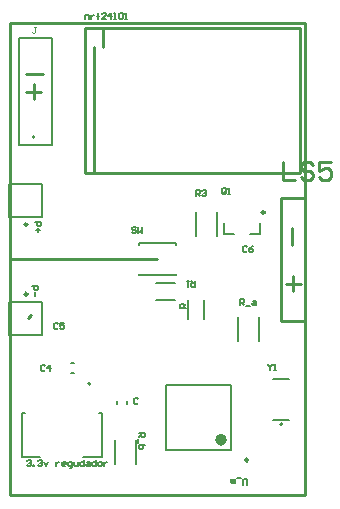
<source format=gbr>
%TF.GenerationSoftware,Altium Limited,Altium Designer,20.0.13 (296)*%
G04 Layer_Color=65535*
%FSLAX45Y45*%
%MOMM*%
%TF.FileFunction,Legend,Top*%
%TF.Part,Single*%
G01*
G75*
%TA.AperFunction,NonConductor*%
%ADD42C,0.25000*%
%ADD43C,0.50000*%
%ADD44C,0.20000*%
%ADD45C,0.25400*%
%ADD46C,0.12700*%
%ADD47C,0.08000*%
D42*
X10541948Y5977300D02*
G03*
X10541948Y5977300I-12500J0D01*
G01*
X8672500Y7380500D02*
G03*
X8672500Y7380500I-12500J0D01*
G01*
Y7971900D02*
G03*
X8672500Y7971900I-12500J0D01*
G01*
X10682700Y8073600D02*
G03*
X10682700Y8073600I-12500J0D01*
G01*
D43*
X10336900Y6147300D02*
G03*
X10336900Y6147300I-25000J0D01*
G01*
D44*
X8734900Y8712200D02*
G03*
X8734900Y8712200I-10000J0D01*
G01*
X9205200Y6622200D02*
G03*
X9205200Y6622200I-10000J0D01*
G01*
X10830400Y6279700D02*
G03*
X10830400Y6279700I-10000J0D01*
G01*
X9846899Y6062299D02*
X10396901D01*
X9846899D02*
Y6612301D01*
X10396901D01*
Y6062299D02*
Y6612301D01*
X8519998Y7035500D02*
Y7315500D01*
Y7035500D02*
X8799998D01*
Y7315500D01*
X8519998D02*
X8799998D01*
Y8036900D02*
Y8316900D01*
X8519998D02*
X8799998D01*
X8519998Y8036900D02*
Y8316900D01*
Y8036900D02*
X8799998D01*
X10640202Y7891099D02*
Y7981102D01*
X10560202Y7891099D02*
X10640202D01*
X10340198D02*
Y7981102D01*
Y7891099D02*
X10420203D01*
X9614098Y7798501D02*
Y7810998D01*
Y7541001D02*
Y7553498D01*
Y7541001D02*
X9934103D01*
Y7798501D02*
Y7810998D01*
Y7541001D02*
Y7553498D01*
X9614098Y7810998D02*
X9934103D01*
D45*
X8661400Y9245600D02*
X8801100D01*
X8724900Y9029700D02*
Y9156700D01*
X8661400Y9093200D02*
X8788400D01*
X8521700Y7675499D02*
X9771700D01*
X8680201Y7182099D02*
X8699500Y7201398D01*
X10820400Y7150100D02*
Y8191500D01*
X11023600D01*
Y7150100D02*
Y8191500D01*
X10820400Y7150100D02*
X11023600D01*
X10909300Y7797800D02*
Y7937500D01*
X10922000Y7404100D02*
Y7531100D01*
X10858500Y7467600D02*
X10985500D01*
X8521700Y9676902D02*
X11023102D01*
X11021700Y5676900D02*
Y9676902D01*
X8521700Y5676900D02*
X11021700D01*
X8521700D02*
Y9676902D01*
X10982498Y8408822D02*
Y9634220D01*
X9156700D02*
X10982498D01*
X9232900Y9220200D02*
Y9347200D01*
Y9347220D02*
Y9474220D01*
X9309100D02*
Y9634220D01*
X9232900Y9093200D02*
Y9220200D01*
Y8966200D02*
Y9093200D01*
Y8839200D02*
Y8966200D01*
Y8712200D02*
Y8839200D01*
Y8585200D02*
Y8712200D01*
X9157101Y8408822D02*
X10982498D01*
X9309501Y9474891D02*
Y9634891D01*
X9232900Y8425200D02*
Y8585200D01*
X9156700Y8407400D02*
Y9634220D01*
X10833100Y8498791D02*
Y8346440D01*
X10934667D01*
X11087018Y8473399D02*
X11061626Y8498791D01*
X11010843D01*
X10985451Y8473399D01*
Y8448007D01*
X11010843Y8422615D01*
X11061626D01*
X11087018Y8397223D01*
Y8371832D01*
X11061626Y8346440D01*
X11010843D01*
X10985451Y8371832D01*
X11239369Y8498791D02*
X11137801D01*
Y8422615D01*
X11188585Y8448007D01*
X11213977D01*
X11239369Y8422615D01*
Y8371832D01*
X11213977Y8346440D01*
X11163193D01*
X11137801Y8371832D01*
D46*
X8597900Y9550400D02*
X8877300D01*
Y8644001D02*
Y9550400D01*
X8597900Y8644001D02*
X8877300D01*
X8597900D02*
Y9550400D01*
X9588602Y5945200D02*
Y6145200D01*
X9410598Y5945200D02*
Y6145200D01*
X9762500Y7473102D02*
X9922500D01*
X9762500Y7335098D02*
X9922500D01*
X10030922Y7172005D02*
Y7332005D01*
X10168926Y7172005D02*
Y7332005D01*
X10630002Y6986600D02*
Y7186600D01*
X10451998Y6986600D02*
Y7186600D01*
X9040099Y6801399D02*
X9070101D01*
X9040099Y6711401D02*
X9070101D01*
X9142202Y5998901D02*
X9302201D01*
X8630199D02*
X8779200D01*
X8630199Y6370899D02*
X8655202D01*
X9276202D02*
X9302201D01*
X8630199Y5998901D02*
Y6370899D01*
X9302201Y5998901D02*
Y6370899D01*
X9429201Y6449304D02*
Y6479301D01*
X9519199Y6449304D02*
Y6479301D01*
X10755401Y6661699D02*
X10885399D01*
X10755401Y6317701D02*
X10885399D01*
X10274402Y7875600D02*
Y8075605D01*
X10096398Y7875600D02*
Y8075605D01*
X10711180Y6791324D02*
Y6782860D01*
X10728108Y6765932D01*
X10745036Y6782860D01*
Y6791324D01*
X10728108Y6765932D02*
Y6740540D01*
X10761963D02*
X10778891D01*
X10770428D01*
Y6791324D01*
X10761963Y6782860D01*
X10532511Y5761576D02*
Y5803895D01*
X10524047Y5812359D01*
X10507119D01*
X10498656Y5803895D01*
Y5761576D01*
X10481728Y5820823D02*
X10447872D01*
X10430944Y5812359D02*
Y5778504D01*
X10422480D01*
X10414017Y5786967D01*
Y5812359D01*
Y5786967D01*
X10405552Y5778504D01*
X10397089Y5786967D01*
Y5812359D01*
X9591876Y7936640D02*
X9583412Y7945103D01*
X9566484D01*
X9558020Y7936640D01*
Y7928176D01*
X9566484Y7919712D01*
X9583412D01*
X9591876Y7911248D01*
Y7902784D01*
X9583412Y7894320D01*
X9566484D01*
X9558020Y7902784D01*
X9608803Y7945103D02*
Y7894320D01*
X9625731Y7911248D01*
X9642659Y7894320D01*
Y7945103D01*
X10011016Y7260475D02*
X9960233D01*
Y7285867D01*
X9968697Y7294330D01*
X9985624D01*
X9994088Y7285867D01*
Y7260475D01*
Y7277403D02*
X10011016Y7294330D01*
X9618140Y6201811D02*
X9668924D01*
Y6176419D01*
X9660460Y6167955D01*
X9643532D01*
X9635068Y6176419D01*
Y6201811D01*
Y6184883D02*
X9618140Y6167955D01*
X9609676Y6151028D02*
Y6117172D01*
X9668924Y6100244D02*
X9618140D01*
Y6074852D01*
X9626604Y6066388D01*
X9635068D01*
X9643532D01*
X9651996Y6074852D01*
Y6100244D01*
X10473289Y7286457D02*
Y7337241D01*
X10498681D01*
X10507144Y7328777D01*
Y7311849D01*
X10498681Y7303385D01*
X10473289D01*
X10490217D02*
X10507144Y7286457D01*
X10524072Y7277993D02*
X10557928D01*
X10583320Y7320313D02*
X10600248D01*
X10608711Y7311849D01*
Y7286457D01*
X10583320D01*
X10574856Y7294921D01*
X10583320Y7303385D01*
X10608711D01*
X10099040Y8211340D02*
Y8262123D01*
X10124432D01*
X10132896Y8253660D01*
Y8236732D01*
X10124432Y8228268D01*
X10099040D01*
X10115968D02*
X10132896Y8211340D01*
X10149823Y8253660D02*
X10158288Y8262123D01*
X10175215D01*
X10183679Y8253660D01*
Y8245196D01*
X10175215Y8236732D01*
X10166751D01*
X10175215D01*
X10183679Y8228268D01*
Y8219804D01*
X10175215Y8211340D01*
X10158288D01*
X10149823Y8219804D01*
X10092256Y7492992D02*
Y7442208D01*
X10066864D01*
X10058400Y7450672D01*
Y7467600D01*
X10066864Y7476064D01*
X10092256D01*
X10075328D02*
X10058400Y7492992D01*
X10041472D02*
X10024544D01*
X10033008D01*
Y7442208D01*
X10041472Y7450672D01*
X10356416Y8232984D02*
Y8266840D01*
X10347952Y8275303D01*
X10331024D01*
X10322560Y8266840D01*
Y8232984D01*
X10331024Y8224520D01*
X10347952D01*
X10339488Y8241448D02*
X10356416Y8224520D01*
X10347952D02*
X10356416Y8232984D01*
X10373343Y8224520D02*
X10390271D01*
X10381808D01*
Y8275303D01*
X10373343Y8266840D01*
X8710808Y7446419D02*
X8761592D01*
Y7421028D01*
X8753128Y7412564D01*
X8736200D01*
X8727736Y7421028D01*
Y7446419D01*
X8736200Y7395636D02*
Y7361780D01*
X8737608Y7992519D02*
X8788392D01*
Y7967128D01*
X8779928Y7958664D01*
X8763000D01*
X8754536Y7967128D01*
Y7992519D01*
X8763000Y7941736D02*
Y7907880D01*
X8779928Y7924808D02*
X8746072D01*
X9156700Y9710420D02*
Y9744276D01*
X9182092D01*
X9190556Y9735812D01*
Y9710420D01*
X9207483Y9744276D02*
Y9710420D01*
Y9727348D01*
X9215948Y9735812D01*
X9224411Y9744276D01*
X9232875D01*
X9266731Y9710420D02*
Y9752740D01*
Y9735812D01*
X9258267D01*
X9275195D01*
X9266731D01*
Y9752740D01*
X9275195Y9761203D01*
X9334442Y9710420D02*
X9300587D01*
X9334442Y9744276D01*
Y9752740D01*
X9325979Y9761203D01*
X9309051D01*
X9300587Y9752740D01*
X9376762Y9710420D02*
Y9761203D01*
X9351370Y9735812D01*
X9385226D01*
X9402154Y9710420D02*
X9419081D01*
X9410618D01*
Y9761203D01*
X9402154D01*
X9444473Y9752740D02*
X9452937Y9761203D01*
X9469865D01*
X9478329Y9752740D01*
Y9718884D01*
X9469865Y9710420D01*
X9452937D01*
X9444473Y9718884D01*
Y9752740D01*
X9495257Y9710420D02*
X9512185D01*
X9503721D01*
Y9761203D01*
X9495257Y9752740D01*
X9605428Y6493928D02*
X9596964Y6502392D01*
X9580036D01*
X9571572Y6493928D01*
Y6460072D01*
X9580036Y6451608D01*
X9596964D01*
X9605428Y6460072D01*
X10532536Y7776628D02*
X10524072Y7785092D01*
X10507145D01*
X10498681Y7776628D01*
Y7742772D01*
X10507145Y7734308D01*
X10524072D01*
X10532536Y7742772D01*
X10583320Y7785092D02*
X10566392Y7776628D01*
X10549464Y7759700D01*
Y7742772D01*
X10557928Y7734308D01*
X10574856D01*
X10583320Y7742772D01*
Y7751236D01*
X10574856Y7759700D01*
X10549464D01*
X8932336Y7128928D02*
X8923872Y7137392D01*
X8906945D01*
X8898481Y7128928D01*
Y7095072D01*
X8906945Y7086608D01*
X8923872D01*
X8932336Y7095072D01*
X8983120Y7137392D02*
X8949264D01*
Y7112000D01*
X8966192Y7120464D01*
X8974656D01*
X8983120Y7112000D01*
Y7095072D01*
X8974656Y7086608D01*
X8957728D01*
X8949264Y7095072D01*
X8818036Y6768563D02*
X8809572Y6777026D01*
X8792645D01*
X8784181Y6768563D01*
Y6734707D01*
X8792645Y6726243D01*
X8809572D01*
X8818036Y6734707D01*
X8860356Y6726243D02*
Y6777026D01*
X8834964Y6751635D01*
X8868820D01*
X8665743Y5968992D02*
X8674207Y5977456D01*
X8691135D01*
X8699599Y5968992D01*
Y5960528D01*
X8691135Y5952064D01*
X8682671D01*
X8691135D01*
X8699599Y5943600D01*
Y5935136D01*
X8691135Y5926672D01*
X8674207D01*
X8665743Y5935136D01*
X8716527Y5926672D02*
Y5935136D01*
X8724991D01*
Y5926672D01*
X8716527D01*
X8758847Y5968992D02*
X8767311Y5977456D01*
X8784238D01*
X8792702Y5968992D01*
Y5960528D01*
X8784238Y5952064D01*
X8775774D01*
X8784238D01*
X8792702Y5943600D01*
Y5935136D01*
X8784238Y5926672D01*
X8767311D01*
X8758847Y5935136D01*
X8809630Y5960528D02*
X8826558Y5926672D01*
X8843486Y5960528D01*
X8911197D02*
Y5926672D01*
Y5943600D01*
X8919661Y5952064D01*
X8928125Y5960528D01*
X8936589D01*
X8987372Y5926672D02*
X8970445D01*
X8961981Y5935136D01*
Y5952064D01*
X8970445Y5960528D01*
X8987372D01*
X8995836Y5952064D01*
Y5943600D01*
X8961981D01*
X9029692Y5909744D02*
X9038156D01*
X9046620Y5918208D01*
Y5960528D01*
X9021228D01*
X9012764Y5952064D01*
Y5935136D01*
X9021228Y5926672D01*
X9046620D01*
X9063548Y5960528D02*
Y5935136D01*
X9072012Y5926672D01*
X9097403D01*
Y5960528D01*
X9148187Y5977456D02*
Y5926672D01*
X9122795D01*
X9114331Y5935136D01*
Y5952064D01*
X9122795Y5960528D01*
X9148187D01*
X9173579D02*
X9190506D01*
X9198970Y5952064D01*
Y5926672D01*
X9173579D01*
X9165115Y5935136D01*
X9173579Y5943600D01*
X9198970D01*
X9249754Y5977456D02*
Y5926672D01*
X9224362D01*
X9215898Y5935136D01*
Y5952064D01*
X9224362Y5960528D01*
X9249754D01*
X9275146Y5926672D02*
X9292073D01*
X9300537Y5935136D01*
Y5952064D01*
X9292073Y5960528D01*
X9275146D01*
X9266681Y5952064D01*
Y5935136D01*
X9275146Y5926672D01*
X9317465Y5960528D02*
Y5926672D01*
Y5943600D01*
X9325929Y5952064D01*
X9334393Y5960528D01*
X9342857D01*
D47*
X8741561Y9638892D02*
X8724900D01*
X8733231D01*
Y9597239D01*
X8724900Y9588908D01*
X8716570D01*
X8708239Y9597239D01*
%TF.MD5,5aa90d86dccb41b30d851ac117c1da8f*%
M02*

</source>
